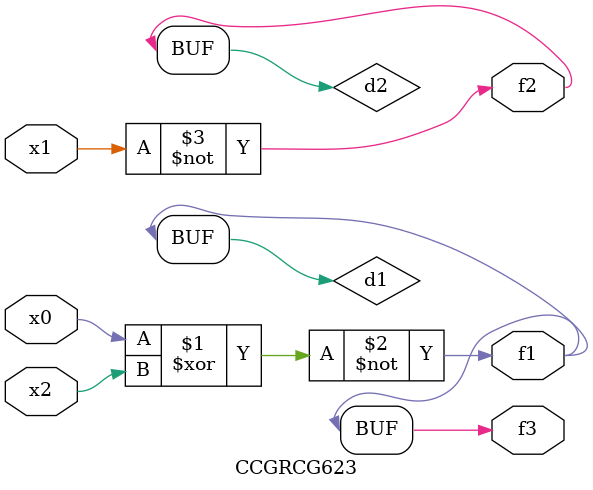
<source format=v>
module CCGRCG623(
	input x0, x1, x2,
	output f1, f2, f3
);

	wire d1, d2, d3;

	xnor (d1, x0, x2);
	nand (d2, x1);
	nor (d3, x1, x2);
	assign f1 = d1;
	assign f2 = d2;
	assign f3 = d1;
endmodule

</source>
